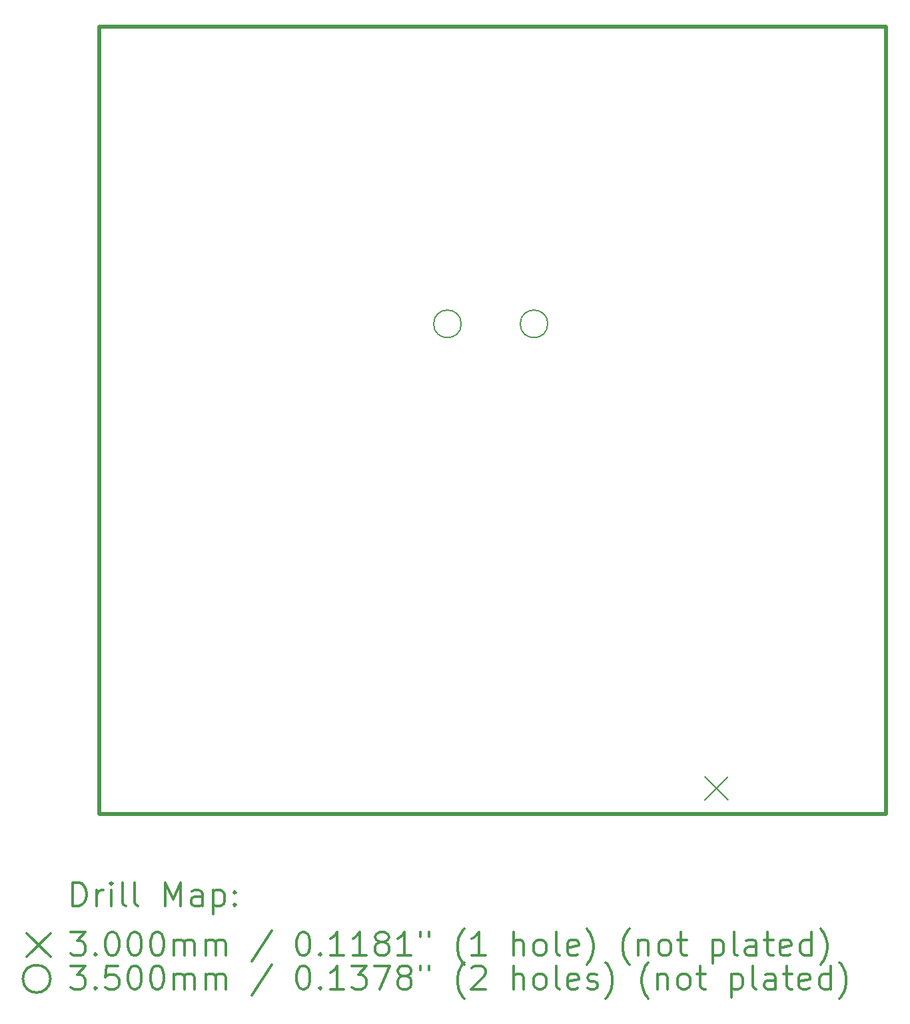
<source format=gbr>
%FSLAX45Y45*%
G04 Gerber Fmt 4.5, Leading zero omitted, Abs format (unit mm)*
G04 Created by KiCad (PCBNEW (5.1.12)-1) date 2021-12-06 17:39:45*
%MOMM*%
%LPD*%
G01*
G04 APERTURE LIST*
%TA.AperFunction,Profile*%
%ADD10C,0.500000*%
%TD*%
%ADD11C,0.200000*%
%ADD12C,0.300000*%
G04 APERTURE END LIST*
D10*
X15199380Y-6563360D02*
X15199380Y-16563360D01*
X5199380Y-6563360D02*
X5199380Y-16563360D01*
X5199380Y-16563360D02*
X15199380Y-16563360D01*
X5199380Y-6563360D02*
X15199380Y-6563360D01*
D11*
X12890400Y-16088200D02*
X13190400Y-16388200D01*
X13190400Y-16088200D02*
X12890400Y-16388200D01*
X9797000Y-10341000D02*
G75*
G03*
X9797000Y-10341000I-175000J0D01*
G01*
X10897000Y-10341000D02*
G75*
G03*
X10897000Y-10341000I-175000J0D01*
G01*
D12*
X4862429Y-17733714D02*
X4862429Y-17433714D01*
X4933857Y-17433714D01*
X4976714Y-17448000D01*
X5005286Y-17476571D01*
X5019571Y-17505143D01*
X5033857Y-17562286D01*
X5033857Y-17605143D01*
X5019571Y-17662286D01*
X5005286Y-17690857D01*
X4976714Y-17719429D01*
X4933857Y-17733714D01*
X4862429Y-17733714D01*
X5162429Y-17733714D02*
X5162429Y-17533714D01*
X5162429Y-17590857D02*
X5176714Y-17562286D01*
X5191000Y-17548000D01*
X5219571Y-17533714D01*
X5248143Y-17533714D01*
X5348143Y-17733714D02*
X5348143Y-17533714D01*
X5348143Y-17433714D02*
X5333857Y-17448000D01*
X5348143Y-17462286D01*
X5362429Y-17448000D01*
X5348143Y-17433714D01*
X5348143Y-17462286D01*
X5533857Y-17733714D02*
X5505286Y-17719429D01*
X5491000Y-17690857D01*
X5491000Y-17433714D01*
X5691000Y-17733714D02*
X5662428Y-17719429D01*
X5648143Y-17690857D01*
X5648143Y-17433714D01*
X6033857Y-17733714D02*
X6033857Y-17433714D01*
X6133857Y-17648000D01*
X6233857Y-17433714D01*
X6233857Y-17733714D01*
X6505286Y-17733714D02*
X6505286Y-17576571D01*
X6491000Y-17548000D01*
X6462428Y-17533714D01*
X6405286Y-17533714D01*
X6376714Y-17548000D01*
X6505286Y-17719429D02*
X6476714Y-17733714D01*
X6405286Y-17733714D01*
X6376714Y-17719429D01*
X6362428Y-17690857D01*
X6362428Y-17662286D01*
X6376714Y-17633714D01*
X6405286Y-17619429D01*
X6476714Y-17619429D01*
X6505286Y-17605143D01*
X6648143Y-17533714D02*
X6648143Y-17833714D01*
X6648143Y-17548000D02*
X6676714Y-17533714D01*
X6733857Y-17533714D01*
X6762428Y-17548000D01*
X6776714Y-17562286D01*
X6791000Y-17590857D01*
X6791000Y-17676571D01*
X6776714Y-17705143D01*
X6762428Y-17719429D01*
X6733857Y-17733714D01*
X6676714Y-17733714D01*
X6648143Y-17719429D01*
X6919571Y-17705143D02*
X6933857Y-17719429D01*
X6919571Y-17733714D01*
X6905286Y-17719429D01*
X6919571Y-17705143D01*
X6919571Y-17733714D01*
X6919571Y-17548000D02*
X6933857Y-17562286D01*
X6919571Y-17576571D01*
X6905286Y-17562286D01*
X6919571Y-17548000D01*
X6919571Y-17576571D01*
X4276000Y-18078000D02*
X4576000Y-18378000D01*
X4576000Y-18078000D02*
X4276000Y-18378000D01*
X4833857Y-18063714D02*
X5019571Y-18063714D01*
X4919571Y-18178000D01*
X4962429Y-18178000D01*
X4991000Y-18192286D01*
X5005286Y-18206571D01*
X5019571Y-18235143D01*
X5019571Y-18306571D01*
X5005286Y-18335143D01*
X4991000Y-18349429D01*
X4962429Y-18363714D01*
X4876714Y-18363714D01*
X4848143Y-18349429D01*
X4833857Y-18335143D01*
X5148143Y-18335143D02*
X5162429Y-18349429D01*
X5148143Y-18363714D01*
X5133857Y-18349429D01*
X5148143Y-18335143D01*
X5148143Y-18363714D01*
X5348143Y-18063714D02*
X5376714Y-18063714D01*
X5405286Y-18078000D01*
X5419571Y-18092286D01*
X5433857Y-18120857D01*
X5448143Y-18178000D01*
X5448143Y-18249429D01*
X5433857Y-18306571D01*
X5419571Y-18335143D01*
X5405286Y-18349429D01*
X5376714Y-18363714D01*
X5348143Y-18363714D01*
X5319571Y-18349429D01*
X5305286Y-18335143D01*
X5291000Y-18306571D01*
X5276714Y-18249429D01*
X5276714Y-18178000D01*
X5291000Y-18120857D01*
X5305286Y-18092286D01*
X5319571Y-18078000D01*
X5348143Y-18063714D01*
X5633857Y-18063714D02*
X5662428Y-18063714D01*
X5691000Y-18078000D01*
X5705286Y-18092286D01*
X5719571Y-18120857D01*
X5733857Y-18178000D01*
X5733857Y-18249429D01*
X5719571Y-18306571D01*
X5705286Y-18335143D01*
X5691000Y-18349429D01*
X5662428Y-18363714D01*
X5633857Y-18363714D01*
X5605286Y-18349429D01*
X5591000Y-18335143D01*
X5576714Y-18306571D01*
X5562429Y-18249429D01*
X5562429Y-18178000D01*
X5576714Y-18120857D01*
X5591000Y-18092286D01*
X5605286Y-18078000D01*
X5633857Y-18063714D01*
X5919571Y-18063714D02*
X5948143Y-18063714D01*
X5976714Y-18078000D01*
X5991000Y-18092286D01*
X6005286Y-18120857D01*
X6019571Y-18178000D01*
X6019571Y-18249429D01*
X6005286Y-18306571D01*
X5991000Y-18335143D01*
X5976714Y-18349429D01*
X5948143Y-18363714D01*
X5919571Y-18363714D01*
X5891000Y-18349429D01*
X5876714Y-18335143D01*
X5862428Y-18306571D01*
X5848143Y-18249429D01*
X5848143Y-18178000D01*
X5862428Y-18120857D01*
X5876714Y-18092286D01*
X5891000Y-18078000D01*
X5919571Y-18063714D01*
X6148143Y-18363714D02*
X6148143Y-18163714D01*
X6148143Y-18192286D02*
X6162428Y-18178000D01*
X6191000Y-18163714D01*
X6233857Y-18163714D01*
X6262428Y-18178000D01*
X6276714Y-18206571D01*
X6276714Y-18363714D01*
X6276714Y-18206571D02*
X6291000Y-18178000D01*
X6319571Y-18163714D01*
X6362428Y-18163714D01*
X6391000Y-18178000D01*
X6405286Y-18206571D01*
X6405286Y-18363714D01*
X6548143Y-18363714D02*
X6548143Y-18163714D01*
X6548143Y-18192286D02*
X6562428Y-18178000D01*
X6591000Y-18163714D01*
X6633857Y-18163714D01*
X6662428Y-18178000D01*
X6676714Y-18206571D01*
X6676714Y-18363714D01*
X6676714Y-18206571D02*
X6691000Y-18178000D01*
X6719571Y-18163714D01*
X6762428Y-18163714D01*
X6791000Y-18178000D01*
X6805286Y-18206571D01*
X6805286Y-18363714D01*
X7391000Y-18049429D02*
X7133857Y-18435143D01*
X7776714Y-18063714D02*
X7805286Y-18063714D01*
X7833857Y-18078000D01*
X7848143Y-18092286D01*
X7862428Y-18120857D01*
X7876714Y-18178000D01*
X7876714Y-18249429D01*
X7862428Y-18306571D01*
X7848143Y-18335143D01*
X7833857Y-18349429D01*
X7805286Y-18363714D01*
X7776714Y-18363714D01*
X7748143Y-18349429D01*
X7733857Y-18335143D01*
X7719571Y-18306571D01*
X7705286Y-18249429D01*
X7705286Y-18178000D01*
X7719571Y-18120857D01*
X7733857Y-18092286D01*
X7748143Y-18078000D01*
X7776714Y-18063714D01*
X8005286Y-18335143D02*
X8019571Y-18349429D01*
X8005286Y-18363714D01*
X7991000Y-18349429D01*
X8005286Y-18335143D01*
X8005286Y-18363714D01*
X8305286Y-18363714D02*
X8133857Y-18363714D01*
X8219571Y-18363714D02*
X8219571Y-18063714D01*
X8191000Y-18106571D01*
X8162428Y-18135143D01*
X8133857Y-18149429D01*
X8591000Y-18363714D02*
X8419571Y-18363714D01*
X8505286Y-18363714D02*
X8505286Y-18063714D01*
X8476714Y-18106571D01*
X8448143Y-18135143D01*
X8419571Y-18149429D01*
X8762429Y-18192286D02*
X8733857Y-18178000D01*
X8719571Y-18163714D01*
X8705286Y-18135143D01*
X8705286Y-18120857D01*
X8719571Y-18092286D01*
X8733857Y-18078000D01*
X8762429Y-18063714D01*
X8819571Y-18063714D01*
X8848143Y-18078000D01*
X8862429Y-18092286D01*
X8876714Y-18120857D01*
X8876714Y-18135143D01*
X8862429Y-18163714D01*
X8848143Y-18178000D01*
X8819571Y-18192286D01*
X8762429Y-18192286D01*
X8733857Y-18206571D01*
X8719571Y-18220857D01*
X8705286Y-18249429D01*
X8705286Y-18306571D01*
X8719571Y-18335143D01*
X8733857Y-18349429D01*
X8762429Y-18363714D01*
X8819571Y-18363714D01*
X8848143Y-18349429D01*
X8862429Y-18335143D01*
X8876714Y-18306571D01*
X8876714Y-18249429D01*
X8862429Y-18220857D01*
X8848143Y-18206571D01*
X8819571Y-18192286D01*
X9162429Y-18363714D02*
X8991000Y-18363714D01*
X9076714Y-18363714D02*
X9076714Y-18063714D01*
X9048143Y-18106571D01*
X9019571Y-18135143D01*
X8991000Y-18149429D01*
X9276714Y-18063714D02*
X9276714Y-18120857D01*
X9391000Y-18063714D02*
X9391000Y-18120857D01*
X9833857Y-18478000D02*
X9819571Y-18463714D01*
X9791000Y-18420857D01*
X9776714Y-18392286D01*
X9762429Y-18349429D01*
X9748143Y-18278000D01*
X9748143Y-18220857D01*
X9762429Y-18149429D01*
X9776714Y-18106571D01*
X9791000Y-18078000D01*
X9819571Y-18035143D01*
X9833857Y-18020857D01*
X10105286Y-18363714D02*
X9933857Y-18363714D01*
X10019571Y-18363714D02*
X10019571Y-18063714D01*
X9991000Y-18106571D01*
X9962429Y-18135143D01*
X9933857Y-18149429D01*
X10462429Y-18363714D02*
X10462429Y-18063714D01*
X10591000Y-18363714D02*
X10591000Y-18206571D01*
X10576714Y-18178000D01*
X10548143Y-18163714D01*
X10505286Y-18163714D01*
X10476714Y-18178000D01*
X10462429Y-18192286D01*
X10776714Y-18363714D02*
X10748143Y-18349429D01*
X10733857Y-18335143D01*
X10719571Y-18306571D01*
X10719571Y-18220857D01*
X10733857Y-18192286D01*
X10748143Y-18178000D01*
X10776714Y-18163714D01*
X10819571Y-18163714D01*
X10848143Y-18178000D01*
X10862429Y-18192286D01*
X10876714Y-18220857D01*
X10876714Y-18306571D01*
X10862429Y-18335143D01*
X10848143Y-18349429D01*
X10819571Y-18363714D01*
X10776714Y-18363714D01*
X11048143Y-18363714D02*
X11019571Y-18349429D01*
X11005286Y-18320857D01*
X11005286Y-18063714D01*
X11276714Y-18349429D02*
X11248143Y-18363714D01*
X11191000Y-18363714D01*
X11162429Y-18349429D01*
X11148143Y-18320857D01*
X11148143Y-18206571D01*
X11162429Y-18178000D01*
X11191000Y-18163714D01*
X11248143Y-18163714D01*
X11276714Y-18178000D01*
X11291000Y-18206571D01*
X11291000Y-18235143D01*
X11148143Y-18263714D01*
X11391000Y-18478000D02*
X11405286Y-18463714D01*
X11433857Y-18420857D01*
X11448143Y-18392286D01*
X11462428Y-18349429D01*
X11476714Y-18278000D01*
X11476714Y-18220857D01*
X11462428Y-18149429D01*
X11448143Y-18106571D01*
X11433857Y-18078000D01*
X11405286Y-18035143D01*
X11391000Y-18020857D01*
X11933857Y-18478000D02*
X11919571Y-18463714D01*
X11891000Y-18420857D01*
X11876714Y-18392286D01*
X11862428Y-18349429D01*
X11848143Y-18278000D01*
X11848143Y-18220857D01*
X11862428Y-18149429D01*
X11876714Y-18106571D01*
X11891000Y-18078000D01*
X11919571Y-18035143D01*
X11933857Y-18020857D01*
X12048143Y-18163714D02*
X12048143Y-18363714D01*
X12048143Y-18192286D02*
X12062428Y-18178000D01*
X12091000Y-18163714D01*
X12133857Y-18163714D01*
X12162428Y-18178000D01*
X12176714Y-18206571D01*
X12176714Y-18363714D01*
X12362428Y-18363714D02*
X12333857Y-18349429D01*
X12319571Y-18335143D01*
X12305286Y-18306571D01*
X12305286Y-18220857D01*
X12319571Y-18192286D01*
X12333857Y-18178000D01*
X12362428Y-18163714D01*
X12405286Y-18163714D01*
X12433857Y-18178000D01*
X12448143Y-18192286D01*
X12462428Y-18220857D01*
X12462428Y-18306571D01*
X12448143Y-18335143D01*
X12433857Y-18349429D01*
X12405286Y-18363714D01*
X12362428Y-18363714D01*
X12548143Y-18163714D02*
X12662428Y-18163714D01*
X12591000Y-18063714D02*
X12591000Y-18320857D01*
X12605286Y-18349429D01*
X12633857Y-18363714D01*
X12662428Y-18363714D01*
X12991000Y-18163714D02*
X12991000Y-18463714D01*
X12991000Y-18178000D02*
X13019571Y-18163714D01*
X13076714Y-18163714D01*
X13105286Y-18178000D01*
X13119571Y-18192286D01*
X13133857Y-18220857D01*
X13133857Y-18306571D01*
X13119571Y-18335143D01*
X13105286Y-18349429D01*
X13076714Y-18363714D01*
X13019571Y-18363714D01*
X12991000Y-18349429D01*
X13305286Y-18363714D02*
X13276714Y-18349429D01*
X13262428Y-18320857D01*
X13262428Y-18063714D01*
X13548143Y-18363714D02*
X13548143Y-18206571D01*
X13533857Y-18178000D01*
X13505286Y-18163714D01*
X13448143Y-18163714D01*
X13419571Y-18178000D01*
X13548143Y-18349429D02*
X13519571Y-18363714D01*
X13448143Y-18363714D01*
X13419571Y-18349429D01*
X13405286Y-18320857D01*
X13405286Y-18292286D01*
X13419571Y-18263714D01*
X13448143Y-18249429D01*
X13519571Y-18249429D01*
X13548143Y-18235143D01*
X13648143Y-18163714D02*
X13762428Y-18163714D01*
X13691000Y-18063714D02*
X13691000Y-18320857D01*
X13705286Y-18349429D01*
X13733857Y-18363714D01*
X13762428Y-18363714D01*
X13976714Y-18349429D02*
X13948143Y-18363714D01*
X13891000Y-18363714D01*
X13862428Y-18349429D01*
X13848143Y-18320857D01*
X13848143Y-18206571D01*
X13862428Y-18178000D01*
X13891000Y-18163714D01*
X13948143Y-18163714D01*
X13976714Y-18178000D01*
X13991000Y-18206571D01*
X13991000Y-18235143D01*
X13848143Y-18263714D01*
X14248143Y-18363714D02*
X14248143Y-18063714D01*
X14248143Y-18349429D02*
X14219571Y-18363714D01*
X14162428Y-18363714D01*
X14133857Y-18349429D01*
X14119571Y-18335143D01*
X14105286Y-18306571D01*
X14105286Y-18220857D01*
X14119571Y-18192286D01*
X14133857Y-18178000D01*
X14162428Y-18163714D01*
X14219571Y-18163714D01*
X14248143Y-18178000D01*
X14362428Y-18478000D02*
X14376714Y-18463714D01*
X14405286Y-18420857D01*
X14419571Y-18392286D01*
X14433857Y-18349429D01*
X14448143Y-18278000D01*
X14448143Y-18220857D01*
X14433857Y-18149429D01*
X14419571Y-18106571D01*
X14405286Y-18078000D01*
X14376714Y-18035143D01*
X14362428Y-18020857D01*
X4576000Y-18658000D02*
G75*
G03*
X4576000Y-18658000I-175000J0D01*
G01*
X4833857Y-18493714D02*
X5019571Y-18493714D01*
X4919571Y-18608000D01*
X4962429Y-18608000D01*
X4991000Y-18622286D01*
X5005286Y-18636571D01*
X5019571Y-18665143D01*
X5019571Y-18736571D01*
X5005286Y-18765143D01*
X4991000Y-18779429D01*
X4962429Y-18793714D01*
X4876714Y-18793714D01*
X4848143Y-18779429D01*
X4833857Y-18765143D01*
X5148143Y-18765143D02*
X5162429Y-18779429D01*
X5148143Y-18793714D01*
X5133857Y-18779429D01*
X5148143Y-18765143D01*
X5148143Y-18793714D01*
X5433857Y-18493714D02*
X5291000Y-18493714D01*
X5276714Y-18636571D01*
X5291000Y-18622286D01*
X5319571Y-18608000D01*
X5391000Y-18608000D01*
X5419571Y-18622286D01*
X5433857Y-18636571D01*
X5448143Y-18665143D01*
X5448143Y-18736571D01*
X5433857Y-18765143D01*
X5419571Y-18779429D01*
X5391000Y-18793714D01*
X5319571Y-18793714D01*
X5291000Y-18779429D01*
X5276714Y-18765143D01*
X5633857Y-18493714D02*
X5662428Y-18493714D01*
X5691000Y-18508000D01*
X5705286Y-18522286D01*
X5719571Y-18550857D01*
X5733857Y-18608000D01*
X5733857Y-18679429D01*
X5719571Y-18736571D01*
X5705286Y-18765143D01*
X5691000Y-18779429D01*
X5662428Y-18793714D01*
X5633857Y-18793714D01*
X5605286Y-18779429D01*
X5591000Y-18765143D01*
X5576714Y-18736571D01*
X5562429Y-18679429D01*
X5562429Y-18608000D01*
X5576714Y-18550857D01*
X5591000Y-18522286D01*
X5605286Y-18508000D01*
X5633857Y-18493714D01*
X5919571Y-18493714D02*
X5948143Y-18493714D01*
X5976714Y-18508000D01*
X5991000Y-18522286D01*
X6005286Y-18550857D01*
X6019571Y-18608000D01*
X6019571Y-18679429D01*
X6005286Y-18736571D01*
X5991000Y-18765143D01*
X5976714Y-18779429D01*
X5948143Y-18793714D01*
X5919571Y-18793714D01*
X5891000Y-18779429D01*
X5876714Y-18765143D01*
X5862428Y-18736571D01*
X5848143Y-18679429D01*
X5848143Y-18608000D01*
X5862428Y-18550857D01*
X5876714Y-18522286D01*
X5891000Y-18508000D01*
X5919571Y-18493714D01*
X6148143Y-18793714D02*
X6148143Y-18593714D01*
X6148143Y-18622286D02*
X6162428Y-18608000D01*
X6191000Y-18593714D01*
X6233857Y-18593714D01*
X6262428Y-18608000D01*
X6276714Y-18636571D01*
X6276714Y-18793714D01*
X6276714Y-18636571D02*
X6291000Y-18608000D01*
X6319571Y-18593714D01*
X6362428Y-18593714D01*
X6391000Y-18608000D01*
X6405286Y-18636571D01*
X6405286Y-18793714D01*
X6548143Y-18793714D02*
X6548143Y-18593714D01*
X6548143Y-18622286D02*
X6562428Y-18608000D01*
X6591000Y-18593714D01*
X6633857Y-18593714D01*
X6662428Y-18608000D01*
X6676714Y-18636571D01*
X6676714Y-18793714D01*
X6676714Y-18636571D02*
X6691000Y-18608000D01*
X6719571Y-18593714D01*
X6762428Y-18593714D01*
X6791000Y-18608000D01*
X6805286Y-18636571D01*
X6805286Y-18793714D01*
X7391000Y-18479429D02*
X7133857Y-18865143D01*
X7776714Y-18493714D02*
X7805286Y-18493714D01*
X7833857Y-18508000D01*
X7848143Y-18522286D01*
X7862428Y-18550857D01*
X7876714Y-18608000D01*
X7876714Y-18679429D01*
X7862428Y-18736571D01*
X7848143Y-18765143D01*
X7833857Y-18779429D01*
X7805286Y-18793714D01*
X7776714Y-18793714D01*
X7748143Y-18779429D01*
X7733857Y-18765143D01*
X7719571Y-18736571D01*
X7705286Y-18679429D01*
X7705286Y-18608000D01*
X7719571Y-18550857D01*
X7733857Y-18522286D01*
X7748143Y-18508000D01*
X7776714Y-18493714D01*
X8005286Y-18765143D02*
X8019571Y-18779429D01*
X8005286Y-18793714D01*
X7991000Y-18779429D01*
X8005286Y-18765143D01*
X8005286Y-18793714D01*
X8305286Y-18793714D02*
X8133857Y-18793714D01*
X8219571Y-18793714D02*
X8219571Y-18493714D01*
X8191000Y-18536571D01*
X8162428Y-18565143D01*
X8133857Y-18579429D01*
X8405286Y-18493714D02*
X8591000Y-18493714D01*
X8491000Y-18608000D01*
X8533857Y-18608000D01*
X8562429Y-18622286D01*
X8576714Y-18636571D01*
X8591000Y-18665143D01*
X8591000Y-18736571D01*
X8576714Y-18765143D01*
X8562429Y-18779429D01*
X8533857Y-18793714D01*
X8448143Y-18793714D01*
X8419571Y-18779429D01*
X8405286Y-18765143D01*
X8691000Y-18493714D02*
X8891000Y-18493714D01*
X8762429Y-18793714D01*
X9048143Y-18622286D02*
X9019571Y-18608000D01*
X9005286Y-18593714D01*
X8991000Y-18565143D01*
X8991000Y-18550857D01*
X9005286Y-18522286D01*
X9019571Y-18508000D01*
X9048143Y-18493714D01*
X9105286Y-18493714D01*
X9133857Y-18508000D01*
X9148143Y-18522286D01*
X9162429Y-18550857D01*
X9162429Y-18565143D01*
X9148143Y-18593714D01*
X9133857Y-18608000D01*
X9105286Y-18622286D01*
X9048143Y-18622286D01*
X9019571Y-18636571D01*
X9005286Y-18650857D01*
X8991000Y-18679429D01*
X8991000Y-18736571D01*
X9005286Y-18765143D01*
X9019571Y-18779429D01*
X9048143Y-18793714D01*
X9105286Y-18793714D01*
X9133857Y-18779429D01*
X9148143Y-18765143D01*
X9162429Y-18736571D01*
X9162429Y-18679429D01*
X9148143Y-18650857D01*
X9133857Y-18636571D01*
X9105286Y-18622286D01*
X9276714Y-18493714D02*
X9276714Y-18550857D01*
X9391000Y-18493714D02*
X9391000Y-18550857D01*
X9833857Y-18908000D02*
X9819571Y-18893714D01*
X9791000Y-18850857D01*
X9776714Y-18822286D01*
X9762429Y-18779429D01*
X9748143Y-18708000D01*
X9748143Y-18650857D01*
X9762429Y-18579429D01*
X9776714Y-18536571D01*
X9791000Y-18508000D01*
X9819571Y-18465143D01*
X9833857Y-18450857D01*
X9933857Y-18522286D02*
X9948143Y-18508000D01*
X9976714Y-18493714D01*
X10048143Y-18493714D01*
X10076714Y-18508000D01*
X10091000Y-18522286D01*
X10105286Y-18550857D01*
X10105286Y-18579429D01*
X10091000Y-18622286D01*
X9919571Y-18793714D01*
X10105286Y-18793714D01*
X10462429Y-18793714D02*
X10462429Y-18493714D01*
X10591000Y-18793714D02*
X10591000Y-18636571D01*
X10576714Y-18608000D01*
X10548143Y-18593714D01*
X10505286Y-18593714D01*
X10476714Y-18608000D01*
X10462429Y-18622286D01*
X10776714Y-18793714D02*
X10748143Y-18779429D01*
X10733857Y-18765143D01*
X10719571Y-18736571D01*
X10719571Y-18650857D01*
X10733857Y-18622286D01*
X10748143Y-18608000D01*
X10776714Y-18593714D01*
X10819571Y-18593714D01*
X10848143Y-18608000D01*
X10862429Y-18622286D01*
X10876714Y-18650857D01*
X10876714Y-18736571D01*
X10862429Y-18765143D01*
X10848143Y-18779429D01*
X10819571Y-18793714D01*
X10776714Y-18793714D01*
X11048143Y-18793714D02*
X11019571Y-18779429D01*
X11005286Y-18750857D01*
X11005286Y-18493714D01*
X11276714Y-18779429D02*
X11248143Y-18793714D01*
X11191000Y-18793714D01*
X11162429Y-18779429D01*
X11148143Y-18750857D01*
X11148143Y-18636571D01*
X11162429Y-18608000D01*
X11191000Y-18593714D01*
X11248143Y-18593714D01*
X11276714Y-18608000D01*
X11291000Y-18636571D01*
X11291000Y-18665143D01*
X11148143Y-18693714D01*
X11405286Y-18779429D02*
X11433857Y-18793714D01*
X11491000Y-18793714D01*
X11519571Y-18779429D01*
X11533857Y-18750857D01*
X11533857Y-18736571D01*
X11519571Y-18708000D01*
X11491000Y-18693714D01*
X11448143Y-18693714D01*
X11419571Y-18679429D01*
X11405286Y-18650857D01*
X11405286Y-18636571D01*
X11419571Y-18608000D01*
X11448143Y-18593714D01*
X11491000Y-18593714D01*
X11519571Y-18608000D01*
X11633857Y-18908000D02*
X11648143Y-18893714D01*
X11676714Y-18850857D01*
X11691000Y-18822286D01*
X11705286Y-18779429D01*
X11719571Y-18708000D01*
X11719571Y-18650857D01*
X11705286Y-18579429D01*
X11691000Y-18536571D01*
X11676714Y-18508000D01*
X11648143Y-18465143D01*
X11633857Y-18450857D01*
X12176714Y-18908000D02*
X12162428Y-18893714D01*
X12133857Y-18850857D01*
X12119571Y-18822286D01*
X12105286Y-18779429D01*
X12091000Y-18708000D01*
X12091000Y-18650857D01*
X12105286Y-18579429D01*
X12119571Y-18536571D01*
X12133857Y-18508000D01*
X12162428Y-18465143D01*
X12176714Y-18450857D01*
X12291000Y-18593714D02*
X12291000Y-18793714D01*
X12291000Y-18622286D02*
X12305286Y-18608000D01*
X12333857Y-18593714D01*
X12376714Y-18593714D01*
X12405286Y-18608000D01*
X12419571Y-18636571D01*
X12419571Y-18793714D01*
X12605286Y-18793714D02*
X12576714Y-18779429D01*
X12562428Y-18765143D01*
X12548143Y-18736571D01*
X12548143Y-18650857D01*
X12562428Y-18622286D01*
X12576714Y-18608000D01*
X12605286Y-18593714D01*
X12648143Y-18593714D01*
X12676714Y-18608000D01*
X12691000Y-18622286D01*
X12705286Y-18650857D01*
X12705286Y-18736571D01*
X12691000Y-18765143D01*
X12676714Y-18779429D01*
X12648143Y-18793714D01*
X12605286Y-18793714D01*
X12791000Y-18593714D02*
X12905286Y-18593714D01*
X12833857Y-18493714D02*
X12833857Y-18750857D01*
X12848143Y-18779429D01*
X12876714Y-18793714D01*
X12905286Y-18793714D01*
X13233857Y-18593714D02*
X13233857Y-18893714D01*
X13233857Y-18608000D02*
X13262428Y-18593714D01*
X13319571Y-18593714D01*
X13348143Y-18608000D01*
X13362428Y-18622286D01*
X13376714Y-18650857D01*
X13376714Y-18736571D01*
X13362428Y-18765143D01*
X13348143Y-18779429D01*
X13319571Y-18793714D01*
X13262428Y-18793714D01*
X13233857Y-18779429D01*
X13548143Y-18793714D02*
X13519571Y-18779429D01*
X13505286Y-18750857D01*
X13505286Y-18493714D01*
X13791000Y-18793714D02*
X13791000Y-18636571D01*
X13776714Y-18608000D01*
X13748143Y-18593714D01*
X13691000Y-18593714D01*
X13662428Y-18608000D01*
X13791000Y-18779429D02*
X13762428Y-18793714D01*
X13691000Y-18793714D01*
X13662428Y-18779429D01*
X13648143Y-18750857D01*
X13648143Y-18722286D01*
X13662428Y-18693714D01*
X13691000Y-18679429D01*
X13762428Y-18679429D01*
X13791000Y-18665143D01*
X13891000Y-18593714D02*
X14005286Y-18593714D01*
X13933857Y-18493714D02*
X13933857Y-18750857D01*
X13948143Y-18779429D01*
X13976714Y-18793714D01*
X14005286Y-18793714D01*
X14219571Y-18779429D02*
X14191000Y-18793714D01*
X14133857Y-18793714D01*
X14105286Y-18779429D01*
X14091000Y-18750857D01*
X14091000Y-18636571D01*
X14105286Y-18608000D01*
X14133857Y-18593714D01*
X14191000Y-18593714D01*
X14219571Y-18608000D01*
X14233857Y-18636571D01*
X14233857Y-18665143D01*
X14091000Y-18693714D01*
X14491000Y-18793714D02*
X14491000Y-18493714D01*
X14491000Y-18779429D02*
X14462428Y-18793714D01*
X14405286Y-18793714D01*
X14376714Y-18779429D01*
X14362428Y-18765143D01*
X14348143Y-18736571D01*
X14348143Y-18650857D01*
X14362428Y-18622286D01*
X14376714Y-18608000D01*
X14405286Y-18593714D01*
X14462428Y-18593714D01*
X14491000Y-18608000D01*
X14605286Y-18908000D02*
X14619571Y-18893714D01*
X14648143Y-18850857D01*
X14662428Y-18822286D01*
X14676714Y-18779429D01*
X14691000Y-18708000D01*
X14691000Y-18650857D01*
X14676714Y-18579429D01*
X14662428Y-18536571D01*
X14648143Y-18508000D01*
X14619571Y-18465143D01*
X14605286Y-18450857D01*
M02*

</source>
